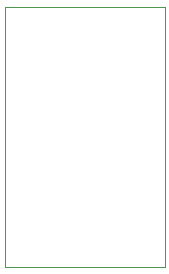
<source format=gbr>
G04 #@! TF.GenerationSoftware,KiCad,Pcbnew,(6.0.1-0)*
G04 #@! TF.CreationDate,2022-03-14T10:45:46-04:00*
G04 #@! TF.ProjectId,MBC1-PLCC32,4d424331-2d50-44c4-9343-33322e6b6963,rev?*
G04 #@! TF.SameCoordinates,Original*
G04 #@! TF.FileFunction,Profile,NP*
%FSLAX46Y46*%
G04 Gerber Fmt 4.6, Leading zero omitted, Abs format (unit mm)*
G04 Created by KiCad (PCBNEW (6.0.1-0)) date 2022-03-14 10:45:46*
%MOMM*%
%LPD*%
G01*
G04 APERTURE LIST*
G04 #@! TA.AperFunction,Profile*
%ADD10C,0.100000*%
G04 #@! TD*
G04 APERTURE END LIST*
D10*
X105850000Y-47700000D02*
X105850000Y-69700000D01*
X119400000Y-47700000D02*
X119400000Y-69700000D01*
X105850000Y-69700000D02*
X119400000Y-69700000D01*
X105850000Y-47700000D02*
X119400000Y-47700000D01*
M02*

</source>
